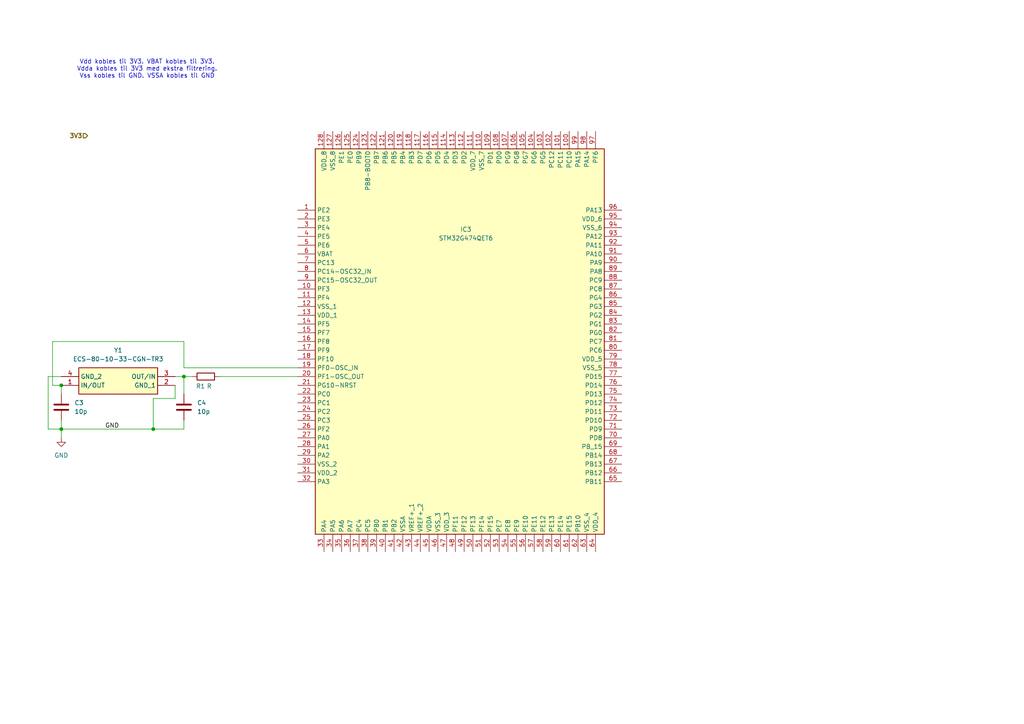
<source format=kicad_sch>
(kicad_sch (version 20231120) (generator "eeschema") (generator_version "8.0")
  (paper "A4")
  (lib_symbols
    (symbol "Device:C" (pin_numbers hide) (pin_names (offset 0.254))
      (property "Reference" "C" (at 0.635 2.54 0))
      (property "Value" "C" (at 0.635 -2.54 0))
      (symbol "C_0_1"
        (polyline (pts (xy -2.032 -0.762) (xy 2.032 -0.762)) (stroke (width 0.508)))
        (polyline (pts (xy -2.032 0.762) (xy 2.032 0.762)) (stroke (width 0.508)))
      )
      (symbol "C_1_1"
        (pin passive line (at 0 3.81 270) (length 2.794) (name "~") (number "1"))
        (pin passive line (at 0 -3.81 90) (length 2.794) (name "~") (number "2"))
      )
    )
    (symbol "Device:R" (pin_numbers hide) (pin_names (offset 0))
      (property "Reference" "R" (at 2.032 0 90))
      (property "Value" "R" (at 0 0 90))
      (symbol "R_0_1"
        (rectangle (start -1.016 -2.54) (end 1.016 2.54) (stroke (width 0.254)))
      )
      (symbol "R_1_1"
        (pin passive line (at 0 3.81 270) (length 1.27) (name "~") (number "1"))
        (pin passive line (at 0 -3.81 90) (length 1.27) (name "~") (number "2"))
      )
    )
    (symbol "ECS-80-10-33-CGN-TR3:ECS-80-10-33-CGN-TR3"
      (property "Reference" "Y" (at 29.21 7.62 0))
      (property "Value" "ECS-80-10-33-CGN-TR3" (at 29.21 5.08 0))
      (symbol "ECS-80-10-33-CGN-TR3_1_1"
        (rectangle (start 5.08 2.54) (end 27.94 -5.08) (stroke (width 0.254)) (fill (type background)))
        (pin passive line (at 0 -2.54 0) (length 5.08) (name "IN/OUT") (number "1"))
        (pin passive line (at 33.02 -2.54 180) (length 5.08) (name "GND_1") (number "2"))
        (pin passive line (at 33.02 0 180) (length 5.08) (name "OUT/IN") (number "3"))
        (pin passive line (at 0 0 0) (length 5.08) (name "GND_2") (number "4"))
      )
    )
    (symbol "STM32G474QET6:STM32G474QET6"
      (property "Reference" "IC" (at 90.17 22.86 0))
      (property "Value" "STM32G474QET6" (at 90.17 20.32 0))
      (symbol "STM32G474QET6_1_1"
        (rectangle (start 5.08 17.78) (end 88.9 -93.98) (stroke (width 0.254)) (fill (type background)))
        (pin passive line (at 0 0 0) (length 5.08) (name "PE2") (number "1"))
        (pin passive line (at 0 -22.86 0) (length 5.08) (name "PF3") (number "10"))
        (pin passive line (at 78.74 22.86 270) (length 5.08) (name "PC10") (number "100"))
        (pin passive line (at 76.2 22.86 270) (length 5.08) (name "PC11") (number "101"))
        (pin passive line (at 73.66 22.86 270) (length 5.08) (name "PC12") (number "102"))
        (pin passive line (at 71.12 22.86 270) (length 5.08) (name "PG5") (number "103"))
        (pin passive line (at 68.58 22.86 270) (length 5.08) (name "PG6") (number "104"))
        (pin passive line (at 66.04 22.86 270) (length 5.08) (name "PG7") (number "105"))
        (pin passive line (at 63.5 22.86 270) (length 5.08) (name "PG8") (number "106"))
        (pin passive line (at 60.96 22.86 270) (length 5.08) (name "PG9") (number "107"))
        (pin passive line (at 58.42 22.86 270) (length 5.08) (name "PD0") (number "108"))
        (pin passive line (at 55.88 22.86 270) (length 5.08) (name "PD1") (number "109"))
        (pin passive line (at 0 -25.4 0) (length 5.08) (name "PF4") (number "11"))
        (pin passive line (at 53.34 22.86 270) (length 5.08) (name "VSS_7") (number "110"))
        (pin passive line (at 50.8 22.86 270) (length 5.08) (name "VDD_7") (number "111"))
        (pin passive line (at 48.26 22.86 270) (length 5.08) (name "PD2") (number "112"))
        (pin passive line (at 45.72 22.86 270) (length 5.08) (name "PD3") (number "113"))
        (pin passive line (at 43.18 22.86 270) (length 5.08) (name "PD4") (number "114"))
        (pin passive line (at 40.64 22.86 270) (length 5.08) (name "PD5") (number "115"))
        (pin passive line (at 38.1 22.86 270) (length 5.08) (name "PD6") (number "116"))
        (pin passive line (at 35.56 22.86 270) (length 5.08) (name "PD7") (number "117"))
        (pin passive line (at 33.02 22.86 270) (length 5.08) (name "PB3") (number "118"))
        (pin passive line (at 30.48 22.86 270) (length 5.08) (name "PB4") (number "119"))
        (pin passive line (at 0 -27.94 0) (length 5.08) (name "VSS_1") (number "12"))
        (pin passive line (at 27.94 22.86 270) (length 5.08) (name "PB5") (number "120"))
        (pin passive line (at 25.4 22.86 270) (length 5.08) (name "PB6") (number "121"))
        (pin passive line (at 22.86 22.86 270) (length 5.08) (name "PB7") (number "122"))
        (pin passive line (at 20.32 22.86 270) (length 5.08) (name "PB8-BOOT0") (number "123"))
        (pin passive line (at 17.78 22.86 270) (length 5.08) (name "PB9") (number "124"))
        (pin passive line (at 15.24 22.86 270) (length 5.08) (name "PE0") (number "125"))
        (pin passive line (at 12.7 22.86 270) (length 5.08) (name "PE1") (number "126"))
        (pin passive line (at 10.16 22.86 270) (length 5.08) (name "VSS_8") (number "127"))
        (pin passive line (at 7.62 22.86 270) (length 5.08) (name "VDD_8") (number "128"))
        (pin passive line (at 0 -30.48 0) (length 5.08) (name "VDD_1") (number "13"))
        (pin passive line (at 0 -33.02 0) (length 5.08) (name "PF5") (number "14"))
        (pin passive line (at 0 -35.56 0) (length 5.08) (name "PF7") (number "15"))
        (pin passive line (at 0 -38.1 0) (length 5.08) (name "PF8") (number "16"))
        (pin passive line (at 0 -40.64 0) (length 5.08) (name "PF9") (number "17"))
        (pin passive line (at 0 -43.18 0) (length 5.08) (name "PF10") (number "18"))
        (pin passive line (at 0 -45.72 0) (length 5.08) (name "PF0-OSC_IN") (number "19"))
        (pin passive line (at 0 -2.54 0) (length 5.08) (name "PE3") (number "2"))
        (pin passive line (at 0 -48.26 0) (length 5.08) (name "PF1-OSC_OUT") (number "20"))
        (pin passive line (at 0 -50.8 0) (length 5.08) (name "PG10-NRST") (number "21"))
        (pin passive line (at 0 -53.34 0) (length 5.08) (name "PC0") (number "22"))
        (pin passive line (at 0 -55.88 0) (length 5.08) (name "PC1") (number "23"))
        (pin passive line (at 0 -58.42 0) (length 5.08) (name "PC2") (number "24"))
        (pin passive line (at 0 -60.96 0) (length 5.08) (name "PC3") (number "25"))
        (pin passive line (at 0 -63.5 0) (length 5.08) (name "PF2") (number "26"))
        (pin passive line (at 0 -66.04 0) (length 5.08) (name "PA0") (number "27"))
        (pin passive line (at 0 -68.58 0) (length 5.08) (name "PA1") (number "28"))
        (pin passive line (at 0 -71.12 0) (length 5.08) (name "PA2") (number "29"))
        (pin passive line (at 0 -5.08 0) (length 5.08) (name "PE4") (number "3"))
        (pin passive line (at 0 -73.66 0) (length 5.08) (name "VSS_2") (number "30"))
        (pin passive line (at 0 -76.2 0) (length 5.08) (name "VDD_2") (number "31"))
        (pin passive line (at 0 -78.74 0) (length 5.08) (name "PA3") (number "32"))
        (pin passive line (at 7.62 -99.06 90) (length 5.08) (name "PA4") (number "33"))
        (pin passive line (at 10.16 -99.06 90) (length 5.08) (name "PA5") (number "34"))
        (pin passive line (at 12.7 -99.06 90) (length 5.08) (name "PA6") (number "35"))
        (pin passive line (at 15.24 -99.06 90) (length 5.08) (name "PA7") (number "36"))
        (pin passive line (at 17.78 -99.06 90) (length 5.08) (name "PC4") (number "37"))
        (pin passive line (at 20.32 -99.06 90) (length 5.08) (name "PC5") (number "38"))
        (pin passive line (at 22.86 -99.06 90) (length 5.08) (name "PB0") (number "39"))
        (pin passive line (at 0 -7.62 0) (length 5.08) (name "PE5") (number "4"))
        (pin passive line (at 25.4 -99.06 90) (length 5.08) (name "PB1") (number "40"))
        (pin passive line (at 27.94 -99.06 90) (length 5.08) (name "PB2") (number "41"))
        (pin passive line (at 30.48 -99.06 90) (length 5.08) (name "VSSA") (number "42"))
        (pin passive line (at 33.02 -99.06 90) (length 5.08) (name "VREF+_1") (number "43"))
        (pin passive line (at 35.56 -99.06 90) (length 5.08) (name "VREF+_2") (number "44"))
        (pin passive line (at 38.1 -99.06 90) (length 5.08) (name "VDDA") (number "45"))
        (pin passive line (at 40.64 -99.06 90) (length 5.08) (name "VSS_3") (number "46"))
        (pin passive line (at 43.18 -99.06 90) (length 5.08) (name "VDD_3") (number "47"))
        (pin passive line (at 45.72 -99.06 90) (length 5.08) (name "PF11") (number "48"))
        (pin passive line (at 48.26 -99.06 90) (length 5.08) (name "PF12") (number "49"))
        (pin passive line (at 0 -10.16 0) (length 5.08) (name "PE6") (number "5"))
        (pin passive line (at 50.8 -99.06 90) (length 5.08) (name "PF13") (number "50"))
        (pin passive line (at 53.34 -99.06 90) (length 5.08) (name "PF14") (number "51"))
        (pin passive line (at 55.88 -99.06 90) (length 5.08) (name "PF15") (number "52"))
        (pin passive line (at 58.42 -99.06 90) (length 5.08) (name "PE7") (number "53"))
        (pin passive line (at 60.96 -99.06 90) (length 5.08) (name "PE8") (number "54"))
        (pin passive line (at 63.5 -99.06 90) (length 5.08) (name "PE9") (number "55"))
        (pin passive line (at 66.04 -99.06 90) (length 5.08) (name "PE10") (number "56"))
        (pin passive line (at 68.58 -99.06 90) (length 5.08) (name "PE11") (number "57"))
        (pin passive line (at 71.12 -99.06 90) (length 5.08) (name "PE12") (number "58"))
        (pin passive line (at 73.66 -99.06 90) (length 5.08) (name "PE13") (number "59"))
        (pin passive line (at 0 -12.7 0) (length 5.08) (name "VBAT") (number "6"))
        (pin passive line (at 76.2 -99.06 90) (length 5.08) (name "PE14") (number "60"))
        (pin passive line (at 78.74 -99.06 90) (length 5.08) (name "PE15") (number "61"))
        (pin passive line (at 81.28 -99.06 90) (length 5.08) (name "PB10") (number "62"))
        (pin passive line (at 83.82 -99.06 90) (length 5.08) (name "VSS_4") (number "63"))
        (pin passive line (at 86.36 -99.06 90) (length 5.08) (name "VDD_4") (number "64"))
        (pin passive line (at 93.98 -78.74 180) (length 5.08) (name "PB11") (number "65"))
        (pin passive line (at 93.98 -76.2 180) (length 5.08) (name "PB12") (number "66"))
        (pin passive line (at 93.98 -73.66 180) (length 5.08) (name "PB13") (number "67"))
        (pin passive line (at 93.98 -71.12 180) (length 5.08) (name "PB14") (number "68"))
        (pin passive line (at 93.98 -68.58 180) (length 5.08) (name "PB_15") (number "69"))
        (pin passive line (at 0 -15.24 0) (length 5.08) (name "PC13") (number "7"))
        (pin passive line (at 93.98 -66.04 180) (length 5.08) (name "PD8") (number "70"))
        (pin passive line (at 93.98 -63.5 180) (length 5.08) (name "PD9") (number "71"))
        (pin passive line (at 93.98 -60.96 180) (length 5.08) (name "PD10") (number "72"))
        (pin passive line (at 93.98 -58.42 180) (length 5.08) (name "PD11") (number "73"))
        (pin passive line (at 93.98 -55.88 180) (length 5.08) (name "PD12") (number "74"))
        (pin passive line (at 93.98 -53.34 180) (length 5.08) (name "PD13") (number "75"))
        (pin passive line (at 93.98 -50.8 180) (length 5.08) (name "PD14") (number "76"))
        (pin passive line (at 93.98 -48.26 180) (length 5.08) (name "PD15") (number "77"))
        (pin passive line (at 93.98 -45.72 180) (length 5.08) (name "VSS_5") (number "78"))
        (pin passive line (at 93.98 -43.18 180) (length 5.08) (name "VDD_5") (number "79"))
        (pin passive line (at 0 -17.78 0) (length 5.08) (name "PC14-OSC32_IN") (number "8"))
        (pin passive line (at 93.98 -40.64 180) (length 5.08) (name "PC6") (number "80"))
        (pin passive line (at 93.98 -38.1 180) (length 5.08) (name "PC7") (number "81"))
        (pin passive line (at 93.98 -35.56 180) (length 5.08) (name "PG0") (number "82"))
        (pin passive line (at 93.98 -33.02 180) (length 5.08) (name "PG1") (number "83"))
        (pin passive line (at 93.98 -30.48 180) (length 5.08) (name "PG2") (number "84"))
        (pin passive line (at 93.98 -27.94 180) (length 5.08) (name "PG3") (number "85"))
        (pin passive line (at 93.98 -25.4 180) (length 5.08) (name "PG4") (number "86"))
        (pin passive line (at 93.98 -22.86 180) (length 5.08) (name "PC8") (number "87"))
        (pin passive line (at 93.98 -20.32 180) (length 5.08) (name "PC9") (number "88"))
        (pin passive line (at 93.98 -17.78 180) (length 5.08) (name "PA8") (number "89"))
        (pin passive line (at 0 -20.32 0) (length 5.08) (name "PC15-OSC32_OUT") (number "9"))
        (pin passive line (at 93.98 -15.24 180) (length 5.08) (name "PA9") (number "90"))
        (pin passive line (at 93.98 -12.7 180) (length 5.08) (name "PA10") (number "91"))
        (pin passive line (at 93.98 -10.16 180) (length 5.08) (name "PA11") (number "92"))
        (pin passive line (at 93.98 -7.62 180) (length 5.08) (name "PA12") (number "93"))
        (pin passive line (at 93.98 -5.08 180) (length 5.08) (name "VSS_6") (number "94"))
        (pin passive line (at 93.98 -2.54 180) (length 5.08) (name "VDD_6") (number "95"))
        (pin passive line (at 93.98 0 180) (length 5.08) (name "PA13") (number "96"))
        (pin passive line (at 86.36 22.86 270) (length 5.08) (name "PF6") (number "97"))
        (pin passive line (at 83.82 22.86 270) (length 5.08) (name "PA14") (number "98"))
        (pin passive line (at 81.28 22.86 270) (length 5.08) (name "PA15") (number "99"))
      )
    )
    (symbol "power:GND" (power) (pin_numbers hide) (pin_names (offset 0) hide)
      (property "Value" "GND" (at 0 -3.81 0))
      (symbol "GND_0_1"
        (polyline (pts (xy 0 0) (xy 0 -1.27) (xy 1.27 -1.27) (xy 0 -2.54) (xy -1.27 -1.27) (xy 0 -1.27)))
      )
      (symbol "GND_1_1"
        (pin power_in line (at 0 0 270) (length 0) (name "~") (number "1"))
      )
    )
  )
  (junction (at 53.34 109.22))
  (junction (at 17.78 124.46))
  (junction (at 44.45 124.46))
  (junction (at 17.78 111.76))
  (wire (pts (xy 15.24 111.76) (xy 17.78 111.76)))
  (wire (pts (xy 13.97 124.46) (xy 17.78 124.46)))
  (wire (pts (xy 15.24 99.06) (xy 15.24 111.76)))
  (wire (pts (xy 44.45 115.57) (xy 44.45 124.46)))
  (wire (pts (xy 53.34 109.22) (xy 55.88 109.22)))
  (wire (pts (xy 17.78 124.46) (xy 17.78 127)))
  (wire (pts (xy 44.45 124.46) (xy 53.34 124.46)))
  (wire (pts (xy 86.36 106.68) (xy 53.34 106.68)))
  (wire (pts (xy 17.78 111.76) (xy 17.78 114.3)))
  (wire (pts (xy 17.78 124.46) (xy 44.45 124.46)))
  (wire (pts (xy 17.78 109.22) (xy 13.97 109.22)))
  (wire (pts (xy 50.8 115.57) (xy 44.45 115.57)))
  (wire (pts (xy 53.34 106.68) (xy 53.34 99.06)))
  (wire (pts (xy 53.34 124.46) (xy 53.34 121.92)))
  (wire (pts (xy 13.97 109.22) (xy 13.97 124.46)))
  (wire (pts (xy 15.24 99.06) (xy 53.34 99.06)))
  (wire (pts (xy 53.34 109.22) (xy 53.34 114.3)))
  (wire (pts (xy 50.8 111.76) (xy 50.8 115.57)))
  (wire (pts (xy 63.5 109.22) (xy 86.36 109.22)))
  (wire (pts (xy 50.8 109.22) (xy 53.34 109.22)))
  (wire (pts (xy 17.78 121.92) (xy 17.78 124.46)))
  (text "Vdd kobles til 3V3. VBAT kobles til 3V3.\nVdda kobles til 3V3 med ekstra filtrering.\nVss kobles til GND. VSSA kobles til GND\n" (at 42.672 20.066 0) (effects (font (size 1.27 1.27))))
  (label "GND" (at 30.48 124.46 0))
  (hierarchical_label "3V3" (shape input) (at 25.4 39.37 180) (effects (font (thickness 0.254) (bold yes))))
  (symbol (lib_id "ECS-80-10-33-CGN-TR3:ECS-80-10-33-CGN-TR3") (at 17.78 109.22 0) (unit 1)
    (property "Reference" "Y1" (at 34.29 101.6 0))
    (property "Value" "ECS-80-10-33-CGN-TR3" (at 34.29 104.14 0))
    (property "Footprint" "ECS801033CGNTR3" (effects (hide yes)))
    (property "Datasheet" "https://www.mouser.at/ProductDetail/ECS/ECS-80-10-33-CGN-TR3?qs=7D1LtPJG0i1ECQY78wJ83A%3D%3D" (effects (hide yes)))
    (property "Description" "Crystals 8MHz 10 pF 3225 TOL +/-10, STAB +/-30 ppm, -40 +85 C, 400O" (effects (hide yes)))
    (property "Height" "0.8" (effects (hide yes)))
    (property "Mouser Part Number" "520-80-10-33-CGN-TR3" (effects (hide yes)))
    (property "Mouser Price/Stock" "https://www.mouser.co.uk/ProductDetail/ECS/ECS-80-10-33-CGN-TR3?qs=7D1LtPJG0i1ECQY78wJ83A%3D%3D" (effects (hide yes)))
    (property "Manufacturer_Name" "ECS" (effects (hide yes)))
    (property "Manufacturer_Part_Number" "ECS-80-10-33-CGN-TR3" (effects (hide yes)))
  )
  (symbol (lib_id "Device:C") (at 17.78 118.11 0) (unit 1)
    (property "Reference" "C3" (at 21.59 116.8399 0) (effects (justify left)))
    (property "Value" "10p" (at 21.59 119.3799 0) (effects (justify left)))
    (property "Description" "Unpolarized capacitor" (effects (hide yes)))
  )
  (symbol (lib_id "STM32G474QET6:STM32G474QET6") (at 86.36 60.96 0) (unit 1)
    (property "Reference" "IC3" (at 135.128 66.548 0))
    (property "Value" "STM32G474QET6" (at 135.128 69.088 0))
    (property "Footprint" "QFP40P1600X1600X160-128N" (effects (hide yes)))
    (property "Datasheet" "https://componentsearchengine.com/Datasheets/1/STM32G474QET6.pdf" (effects (hide yes)))
    (property "Description" "MCU 32-bit ARM Cortex M4F RISC 512KB Flash 3.3V 128-Pin LQFP Tray" (effects (hide yes)))
    (property "Height" "1.6" (effects (hide yes)))
    (property "Mouser Part Number" "511-STM32G474QET6" (effects (hide yes)))
    (property "Mouser Price/Stock" "https://www.mouser.co.uk/ProductDetail/STMicroelectronics/STM32G474QET6?qs=PzGy0jfpSMtk6tieSqAtNg%3D%3D" (effects (hide yes)))
    (property "Manufacturer_Name" "STMicroelectronics" (effects (hide yes)))
    (property "Manufacturer_Part_Number" "STM32G474QET6" (effects (hide yes)))
  )
  (symbol (lib_id "Device:C") (at 53.34 118.11 0) (unit 1)
    (property "Reference" "C4" (at 57.15 116.8399 0) (effects (justify left)))
    (property "Value" "10p" (at 57.15 119.3799 0) (effects (justify left)))
    (property "Description" "Unpolarized capacitor" (effects (hide yes)))
  )
  (symbol (lib_id "Device:R") (at 59.69 109.22 270) (unit 1)
    (property "Reference" "R1" (at 58.166 112.014 90))
    (property "Value" "R" (at 60.706 112.014 90))
    (property "Description" "Resistor" (effects (hide yes)))
  )
  (symbol (lib_id "power:GND") (at 17.78 127 0) (unit 1)
    (property "Reference" "#PWR01" (effects (hide yes)))
    (property "Value" "GND" (at 17.78 132.08 0))
    (property "Description" "Power symbol creates a global label with name \"GND\" , ground" (effects (hide yes)))
  )
)
</source>
